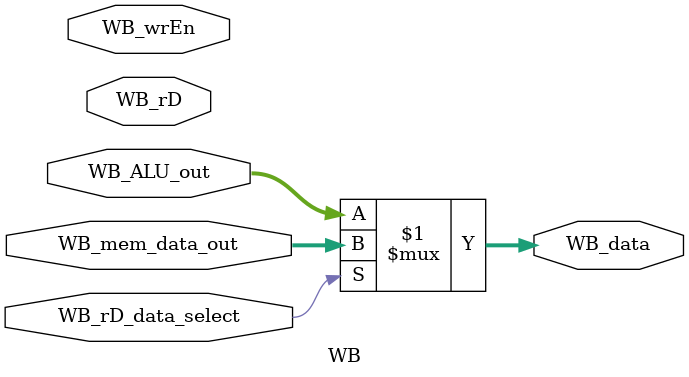
<source format=v>
module WB (
    WB_wrEn,WB_rD_data_select, WB_rD,WB_ALU_out,WB_mem_data_out,
    WB_data
);

    input wire WB_wrEn,WB_rD_data_select;
    input wire [0:4] WB_rD;
    input wire [0:63] WB_ALU_out,WB_mem_data_out;
    output wire [0:63] WB_data;

    assign WB_data = WB_rD_data_select?WB_mem_data_out:WB_ALU_out;

endmodule
</source>
